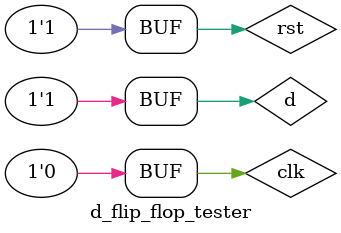
<source format=v>
module d_flip_flop_tester;
	reg d,clk,rst;
	wire q;
	d_flip_flop dff(q,d,clk,rst);
	initial
		begin
			d=1'b0; clk=1'b1; rst = 0;
			#20
			d=1'b0; clk=~clk; rst = 1;
			#20
			d=1'b1; clk=~clk; rst = 1;
			#20
			d=1'b0; clk=~clk; rst = 1;
			#20 
			d=1'b1; clk=~clk; rst = 0;
			#20
			d=1'b1; clk=~clk; rst = 1;
		end		
endmodule
</source>
